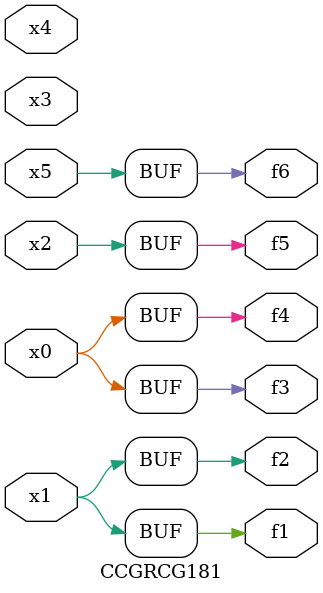
<source format=v>
module CCGRCG181(
	input x0, x1, x2, x3, x4, x5,
	output f1, f2, f3, f4, f5, f6
);
	assign f1 = x1;
	assign f2 = x1;
	assign f3 = x0;
	assign f4 = x0;
	assign f5 = x2;
	assign f6 = x5;
endmodule

</source>
